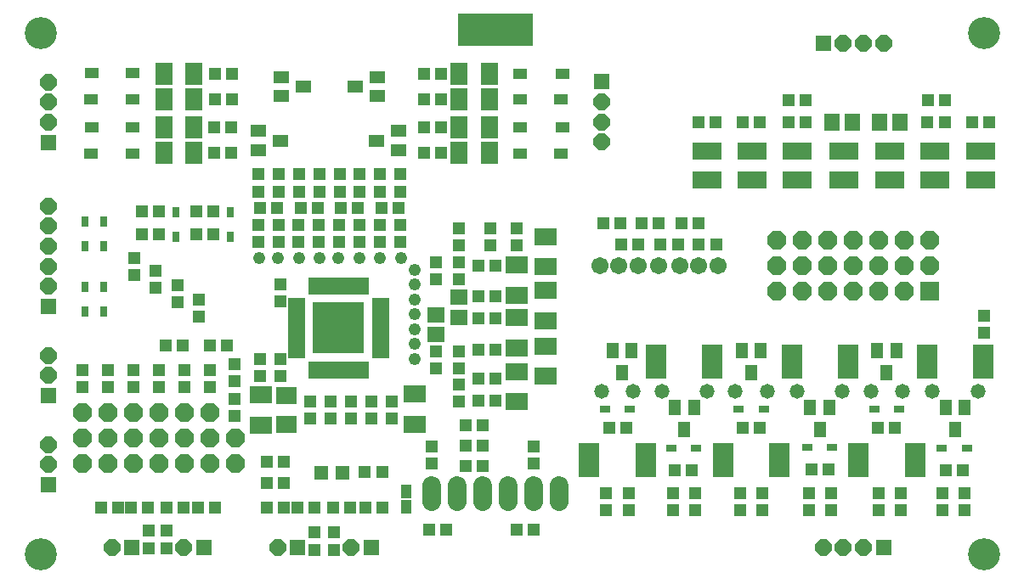
<source format=gbr>
G04 EAGLE Gerber RS-274X export*
G75*
%MOMM*%
%FSLAX34Y34*%
%LPD*%
%INSoldermask Top*%
%IPPOS*%
%AMOC8*
5,1,8,0,0,1.08239X$1,22.5*%
G01*
%ADD10C,3.203200*%
%ADD11R,7.540625X3.254375*%
%ADD12R,2.203200X1.703200*%
%ADD13R,1.203200X1.303200*%
%ADD14R,1.303200X1.203200*%
%ADD15R,1.803200X1.503200*%
%ADD16R,2.006200X1.803200*%
%ADD17R,1.762000X0.483200*%
%ADD18R,0.483200X1.762000*%
%ADD19R,5.203200X5.203200*%
%ADD20R,2.003200X3.403200*%
%ADD21R,1.203200X1.603200*%
%ADD22R,1.703200X2.203200*%
%ADD23R,1.625600X1.625600*%
%ADD24P,1.759533X8X202.500000*%
%ADD25P,1.759533X8X22.500000*%
%ADD26R,1.603200X1.203200*%
%ADD27R,1.468600X1.060400*%
%ADD28R,1.092200X1.473200*%
%ADD29C,1.219200*%
%ADD30R,2.903200X1.803200*%
%ADD31R,1.503200X1.803200*%
%ADD32P,1.979475X8X202.500000*%
%ADD33R,1.828800X1.828800*%
%ADD34P,1.979475X8X292.500000*%
%ADD35R,0.803200X1.003200*%
%ADD36P,1.759533X8X112.500000*%
%ADD37P,1.979475X8X22.500000*%
%ADD38R,1.283200X1.253200*%
%ADD39R,1.003200X0.803200*%
%ADD40C,1.473200*%
%ADD41R,1.473200X1.473200*%
%ADD42P,1.759533X8X292.500000*%
%ADD43C,1.828800*%
%ADD44C,1.711200*%


D10*
X30000Y550000D03*
X970000Y550000D03*
X30000Y30000D03*
X970000Y30000D03*
D11*
X482997Y552847D03*
D12*
X402744Y189625D03*
X402744Y159625D03*
D13*
X269280Y224400D03*
X269280Y207400D03*
X248841Y224400D03*
X248841Y207400D03*
D14*
X255422Y121841D03*
X272422Y121841D03*
X202175Y371475D03*
X185175Y371475D03*
X148200Y371475D03*
X131200Y371475D03*
X155081Y238025D03*
X172081Y238025D03*
D12*
X249238Y158831D03*
X249238Y188831D03*
X504825Y211850D03*
X504825Y181850D03*
X533400Y237250D03*
X533400Y207250D03*
X504825Y265825D03*
X504825Y235825D03*
X533400Y292813D03*
X533400Y262813D03*
X504825Y318213D03*
X504825Y288213D03*
X533400Y346788D03*
X533400Y316788D03*
D13*
X446881Y232338D03*
X446881Y215338D03*
X423863Y232338D03*
X423863Y215338D03*
D15*
X423863Y268763D03*
X423863Y248763D03*
D13*
X318691Y182331D03*
X318691Y165331D03*
X446881Y321238D03*
X446881Y304238D03*
X423863Y321238D03*
X423863Y304238D03*
X446881Y354575D03*
X446881Y337575D03*
X359569Y182331D03*
X359569Y165331D03*
X338931Y182331D03*
X338931Y165331D03*
X269280Y299013D03*
X269280Y282013D03*
X298450Y182331D03*
X298450Y165331D03*
D16*
X274638Y159611D03*
X274638Y188051D03*
D13*
X202175Y349250D03*
X185175Y349250D03*
X148200Y349250D03*
X131200Y349250D03*
D14*
X380206Y182331D03*
X380206Y165331D03*
D13*
X198738Y238025D03*
X215738Y238025D03*
X483163Y182563D03*
X466163Y182563D03*
X483163Y204788D03*
X466163Y204788D03*
X483163Y233363D03*
X466163Y233363D03*
X483163Y265113D03*
X466163Y265113D03*
X483163Y287338D03*
X466163Y287338D03*
X483163Y317500D03*
X466163Y317500D03*
D14*
X504825Y337575D03*
X504825Y354575D03*
D13*
X272422Y101203D03*
X255422Y101203D03*
D17*
X368808Y228088D03*
X368808Y233088D03*
X368808Y238088D03*
X368808Y243088D03*
X368808Y248088D03*
X368808Y253088D03*
X368808Y258088D03*
X368808Y263088D03*
X368808Y268088D03*
X368808Y273088D03*
X368808Y278088D03*
X368808Y283088D03*
D18*
X354525Y297371D03*
X349525Y297371D03*
X344525Y297371D03*
X339525Y297371D03*
X334525Y297371D03*
X329525Y297371D03*
X324525Y297371D03*
X319525Y297371D03*
X314525Y297371D03*
X309525Y297371D03*
X304525Y297371D03*
X299525Y297371D03*
D17*
X285242Y283088D03*
X285242Y278088D03*
X285242Y273088D03*
X285242Y268088D03*
X285242Y263088D03*
X285242Y258088D03*
X285242Y253088D03*
X285242Y248088D03*
X285242Y243088D03*
X285242Y238088D03*
X285242Y233088D03*
X285242Y228088D03*
D18*
X299525Y213805D03*
X304525Y213805D03*
X309525Y213805D03*
X314525Y213805D03*
X319525Y213805D03*
X324525Y213805D03*
X329525Y213805D03*
X334525Y213805D03*
X339525Y213805D03*
X344525Y213805D03*
X349525Y213805D03*
X354525Y213805D03*
D19*
X327025Y255588D03*
D14*
X686031Y338931D03*
X703031Y338931D03*
X969963Y251056D03*
X969963Y268056D03*
D20*
X913388Y222250D03*
X969388Y222250D03*
D21*
X941388Y154100D03*
X931888Y176100D03*
X950888Y176100D03*
D14*
X932094Y113506D03*
X949094Y113506D03*
X950913Y91050D03*
X950913Y74050D03*
X928688Y91050D03*
X928688Y74050D03*
X668569Y359569D03*
X685569Y359569D03*
D20*
X845125Y123825D03*
X901125Y123825D03*
D21*
X873125Y211250D03*
X863625Y233250D03*
X882625Y233250D03*
D14*
X864625Y155575D03*
X881625Y155575D03*
X887413Y91050D03*
X887413Y74050D03*
X865188Y91050D03*
X865188Y74050D03*
X647931Y338931D03*
X664931Y338931D03*
D20*
X778450Y222250D03*
X834450Y222250D03*
D21*
X806450Y154100D03*
X796950Y176100D03*
X815950Y176100D03*
D14*
X797950Y114300D03*
X814950Y114300D03*
X817563Y91050D03*
X817563Y74050D03*
X795338Y91050D03*
X795338Y74050D03*
X628881Y359569D03*
X645881Y359569D03*
D20*
X710188Y123825D03*
X766188Y123825D03*
D21*
X738188Y211250D03*
X728688Y233250D03*
X747688Y233250D03*
D14*
X729688Y155575D03*
X746688Y155575D03*
X749300Y91050D03*
X749300Y74050D03*
X727075Y91050D03*
X727075Y74050D03*
X608244Y338931D03*
X625244Y338931D03*
D20*
X643513Y222250D03*
X699513Y222250D03*
D21*
X671513Y154100D03*
X662013Y176100D03*
X681013Y176100D03*
D14*
X662219Y113506D03*
X679219Y113506D03*
X682625Y91050D03*
X682625Y74050D03*
X660400Y91050D03*
X660400Y74050D03*
X590781Y359569D03*
X607781Y359569D03*
D20*
X576838Y123825D03*
X632838Y123825D03*
D21*
X609600Y211250D03*
X600100Y233250D03*
X619100Y233250D03*
D14*
X596338Y155575D03*
X613338Y155575D03*
X615950Y91050D03*
X615950Y74050D03*
X593725Y91050D03*
X593725Y74050D03*
D13*
X369452Y375031D03*
X386452Y375031D03*
X388239Y341385D03*
X388239Y358385D03*
X368046Y341385D03*
X368046Y358385D03*
X412251Y429959D03*
X429251Y429959D03*
X412251Y455314D03*
X429251Y455314D03*
D22*
X477026Y455314D03*
X447026Y455314D03*
X477026Y429959D03*
X447026Y429959D03*
D23*
X589026Y500980D03*
D24*
X589026Y480980D03*
X589026Y460980D03*
X589026Y440980D03*
D23*
X38100Y440694D03*
D25*
X38100Y460694D03*
X38100Y480694D03*
X38100Y500694D03*
D26*
X364444Y442405D03*
X386444Y451905D03*
X386444Y432905D03*
D14*
X388620Y391677D03*
X388620Y408677D03*
X368427Y391677D03*
X368427Y408677D03*
D27*
X508242Y429245D03*
X548842Y429313D03*
X549760Y455313D03*
X508160Y455245D03*
D13*
X329066Y375031D03*
X346066Y375031D03*
X347853Y341385D03*
X347853Y358385D03*
X327660Y341385D03*
X327660Y358385D03*
X412251Y483146D03*
X429251Y483146D03*
X412251Y509080D03*
X429251Y509080D03*
D22*
X477026Y509080D03*
X447026Y509080D03*
X477026Y483146D03*
X447026Y483146D03*
D26*
X343362Y496380D03*
X365362Y505880D03*
X365362Y486880D03*
D14*
X348234Y391677D03*
X348234Y408677D03*
X328041Y391677D03*
X328041Y408677D03*
D27*
X508242Y483220D03*
X548842Y483288D03*
X549760Y509288D03*
X508160Y509220D03*
D13*
X265675Y375031D03*
X248675Y375031D03*
X246888Y341385D03*
X246888Y358385D03*
X267081Y341385D03*
X267081Y358385D03*
X220209Y429959D03*
X203209Y429959D03*
X219955Y455314D03*
X202955Y455314D03*
D22*
X153021Y455314D03*
X183021Y455314D03*
X153021Y429959D03*
X183021Y429959D03*
D26*
X269445Y442405D03*
X247445Y432905D03*
X247445Y451905D03*
D14*
X247269Y391677D03*
X247269Y408677D03*
X267462Y391677D03*
X267462Y408677D03*
D27*
X121805Y455565D03*
X81205Y455497D03*
X80287Y429497D03*
X121887Y429565D03*
D13*
X306061Y375031D03*
X289061Y375031D03*
X287274Y341385D03*
X287274Y358385D03*
X307467Y341385D03*
X307467Y358385D03*
X220971Y483146D03*
X203971Y483146D03*
X220971Y509080D03*
X203971Y509080D03*
D22*
X153021Y509080D03*
X183021Y509080D03*
X153021Y483146D03*
X183021Y483146D03*
D26*
X292146Y496380D03*
X270146Y486880D03*
X270146Y505880D03*
D14*
X287655Y391677D03*
X287655Y408677D03*
X307848Y391677D03*
X307848Y408677D03*
D27*
X121805Y509540D03*
X81205Y509472D03*
X80287Y483472D03*
X121887Y483540D03*
D13*
X521263Y53975D03*
X504263Y53975D03*
X416950Y53975D03*
X433950Y53975D03*
X453463Y138113D03*
X470463Y138113D03*
D14*
X470463Y158750D03*
X453463Y158750D03*
D13*
X419894Y137088D03*
X419894Y120088D03*
X521494Y137088D03*
X521494Y120088D03*
D28*
X394494Y77311D03*
X394494Y92551D03*
D13*
X477838Y337575D03*
X477838Y354575D03*
D15*
X446881Y286225D03*
X446881Y266225D03*
D13*
X446881Y199000D03*
X446881Y182000D03*
D29*
X403225Y298714D03*
D30*
X966787Y403513D03*
X966787Y431513D03*
X921279Y403513D03*
X921279Y431513D03*
X875771Y403513D03*
X875771Y431513D03*
X830262Y403513D03*
X830262Y431513D03*
X784143Y403513D03*
X784143Y431513D03*
X739246Y403513D03*
X739246Y431513D03*
X693738Y403513D03*
X693738Y431513D03*
D14*
X913790Y460375D03*
X930790Y460375D03*
D31*
X866276Y460375D03*
X886276Y460375D03*
D14*
X775643Y482600D03*
X792643Y482600D03*
X729735Y460375D03*
X746735Y460375D03*
X913838Y482600D03*
X930838Y482600D03*
X775643Y460375D03*
X792643Y460375D03*
X685238Y460375D03*
X702238Y460375D03*
D31*
X818746Y460375D03*
X838746Y460375D03*
D14*
X958287Y460375D03*
X975287Y460375D03*
D32*
X915988Y342900D03*
X915988Y317500D03*
X890588Y342900D03*
X890588Y317500D03*
X865188Y342900D03*
X865188Y317500D03*
X839788Y342900D03*
X839788Y317500D03*
X814388Y342900D03*
X814388Y317500D03*
X788988Y342900D03*
X788988Y317500D03*
X763588Y342900D03*
X763588Y317500D03*
D33*
X915988Y292100D03*
D34*
X890588Y292100D03*
X865188Y292100D03*
X839788Y292100D03*
X814388Y292100D03*
X788988Y292100D03*
X763588Y292100D03*
D35*
X165100Y346275D03*
X165100Y371275D03*
X219075Y346275D03*
X219075Y371275D03*
D13*
X285981Y76200D03*
X302981Y76200D03*
X255819Y76200D03*
X272819Y76200D03*
D23*
X286225Y36513D03*
D36*
X266225Y36513D03*
D13*
X223044Y202638D03*
X223044Y219638D03*
D14*
X223044Y184713D03*
X223044Y167713D03*
D13*
X338700Y76200D03*
X321700Y76200D03*
X370450Y76200D03*
X353450Y76200D03*
D23*
X359250Y36513D03*
D36*
X339250Y36513D03*
D13*
X166211Y298219D03*
X166211Y281219D03*
D14*
X187801Y283931D03*
X187801Y266931D03*
D13*
X172300Y75900D03*
X155300Y75900D03*
X204050Y75900D03*
X187050Y75900D03*
D23*
X192563Y36513D03*
D36*
X172563Y36513D03*
D13*
X144621Y295506D03*
X144621Y312506D03*
D14*
X123031Y325206D03*
X123031Y308206D03*
D13*
X120375Y75900D03*
X137375Y75900D03*
X90213Y75900D03*
X107213Y75900D03*
D23*
X121125Y36513D03*
D36*
X101125Y36513D03*
D37*
X71438Y120650D03*
X71438Y146050D03*
X96838Y120650D03*
X96838Y146050D03*
X122238Y120650D03*
X122238Y146050D03*
X147638Y120650D03*
X147638Y146050D03*
X173038Y120650D03*
X173038Y146050D03*
X198438Y120650D03*
X198438Y146050D03*
X223838Y120650D03*
X223838Y146050D03*
D34*
X198438Y171450D03*
X173038Y171450D03*
X147638Y171450D03*
X122238Y171450D03*
X96838Y171450D03*
X71438Y171450D03*
D14*
X71438Y196288D03*
X71438Y213288D03*
X96838Y196288D03*
X96838Y213288D03*
X122238Y196288D03*
X122238Y213288D03*
X147638Y196288D03*
X147638Y213288D03*
X173038Y196288D03*
X173038Y213288D03*
X198438Y196288D03*
X198438Y213288D03*
D38*
X322263Y51613D03*
X322263Y34113D03*
X138113Y53200D03*
X138113Y35700D03*
X155575Y53200D03*
X155575Y35700D03*
X303213Y51613D03*
X303213Y34113D03*
D23*
X38100Y187963D03*
D25*
X38100Y207963D03*
X38100Y227963D03*
D23*
X38100Y99063D03*
D25*
X38100Y119063D03*
X38100Y139063D03*
D39*
X617338Y174625D03*
X592338Y174625D03*
X953094Y135731D03*
X928094Y135731D03*
X885625Y174625D03*
X860625Y174625D03*
X818950Y136525D03*
X793950Y136525D03*
X750688Y174625D03*
X725688Y174625D03*
X683219Y135731D03*
X658219Y135731D03*
D40*
X964406Y192088D03*
X889000Y192088D03*
X828675Y192088D03*
X754063Y192088D03*
X693738Y192088D03*
X620713Y192088D03*
X784225Y192088D03*
X722313Y192088D03*
X857250Y192088D03*
X918369Y192088D03*
X588963Y192088D03*
X649288Y192088D03*
D13*
X470463Y117475D03*
X453463Y117475D03*
X353307Y111760D03*
X370307Y111760D03*
D41*
X330930Y111363D03*
X309340Y111363D03*
D23*
X809788Y539750D03*
D42*
X829788Y539750D03*
X849788Y539750D03*
X869788Y539750D03*
D23*
X869788Y36513D03*
D36*
X849788Y36513D03*
X829788Y36513D03*
X809788Y36513D03*
D29*
X327025Y325438D03*
X347663Y325438D03*
X368300Y325438D03*
X388938Y325438D03*
X307975Y325438D03*
X287338Y325438D03*
X266700Y325438D03*
X247650Y325438D03*
X403225Y313531D03*
X403225Y283898D03*
X403225Y269081D03*
X403225Y254265D03*
X403225Y239448D03*
X403225Y224631D03*
D35*
X74708Y296663D03*
X74708Y271663D03*
X92869Y296663D03*
X92869Y271663D03*
X74613Y336750D03*
X74613Y361750D03*
X92964Y336750D03*
X92964Y361750D03*
D23*
X38100Y277025D03*
D25*
X38100Y297025D03*
X38100Y317025D03*
X38100Y337025D03*
X38100Y357025D03*
X38100Y377025D03*
D43*
X419894Y98616D02*
X419894Y82360D01*
X445294Y82360D02*
X445294Y98616D01*
X470694Y98616D02*
X470694Y82360D01*
X496094Y82360D02*
X496094Y98616D01*
X521494Y98616D02*
X521494Y82360D01*
X546894Y82360D02*
X546894Y98616D01*
D44*
X587375Y317500D03*
X606425Y317500D03*
X625475Y317500D03*
X646113Y317500D03*
X685800Y317500D03*
X704850Y317500D03*
X666750Y317500D03*
M02*

</source>
